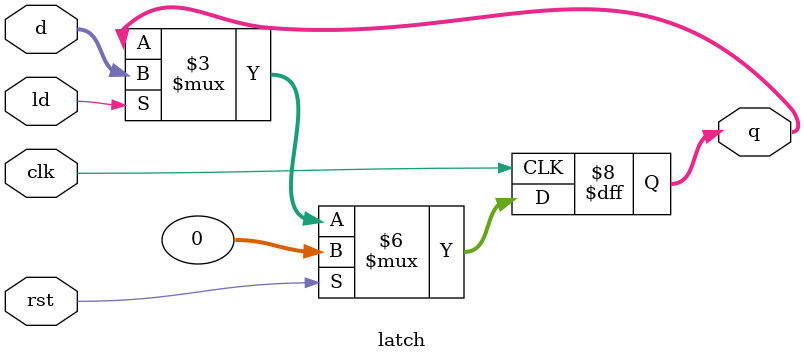
<source format=v>
`timescale 1ns / 1ps

module latch(clk, rst, ld, d, q);
  parameter WIDTH = 32;

  input clk, rst, ld;
  input [WIDTH-1:0] d;
  output reg [WIDTH-1:0] q;

initial begin
  q <= 0;
end

always @(posedge clk) begin
  if (rst)
    q <= 0;
  else if (ld)
    q <= d;
end
endmodule
</source>
